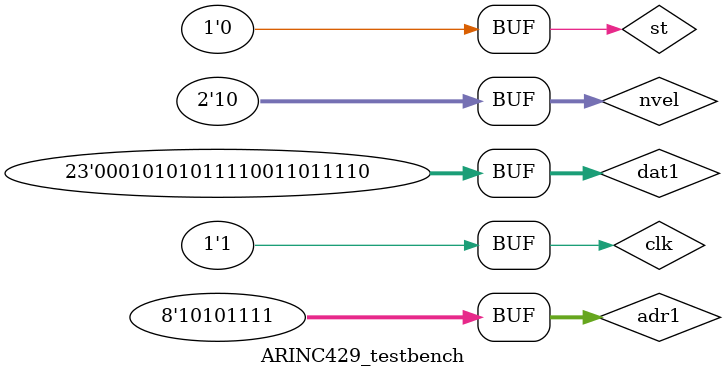
<source format=v>
`timescale 1ns / 1ps


module ARINC429_testbench();

    wire X0;
    wire X1;
    reg st;
    wire [7:0] adr;
    wire [22:0] dat;
    wire ce_wr;
    reg clk;
    reg [1:0] nvel;
    reg [7:0] adr1;
    reg [22:0] dat1;
    
    ARINC429 uut(
        .nvel(nvel),
        .adr(adr1),
        .dat(dat1),
        .GCLK(clk),
        .TXD0(X0),
        .TXD1(X1),
        .RXD0(X0),
        .RXD1(X1),
        .st(st),
        .sr_adr(adr),
        .sr_dat(dat),
        .ce_wr(ce_wr)
    );
    
    always
        begin
            clk = 0;
            #10;
            clk = 1;
            #10;
        end
        
        
    initial
        begin
            nvel = 2'd2;
            adr1 = 8'haf;
            dat1 = 22'habcde;
            st = 0;
            #95;
            st = 1;
            # 30;
            st = 0;
        end
    
endmodule

</source>
